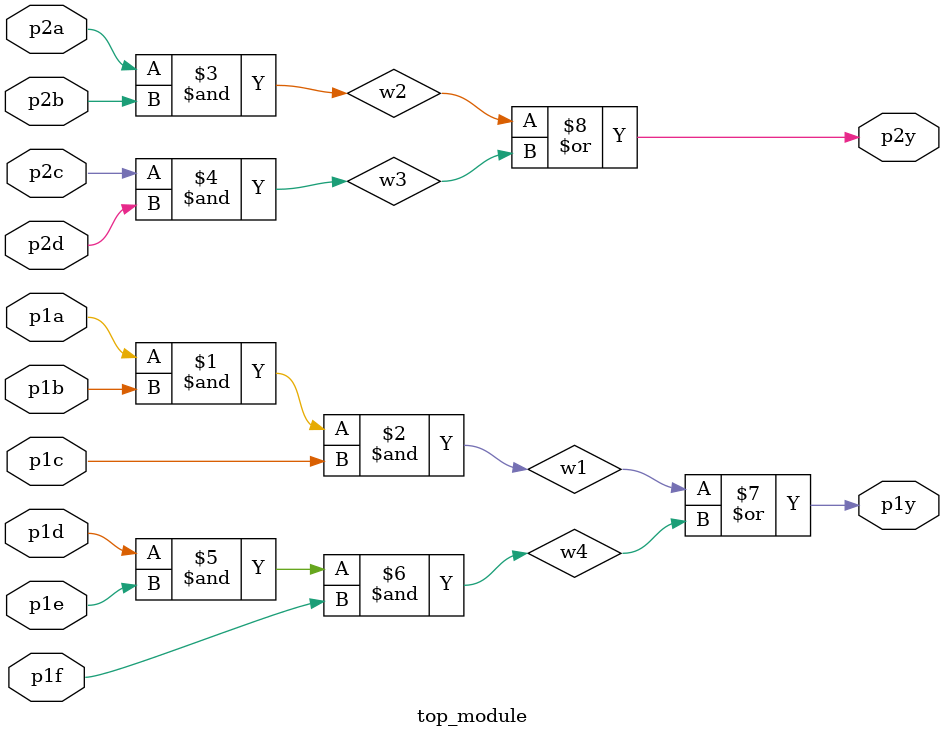
<source format=v>
module top_module ( 
    input p1a, p1b, p1c, p1d, p1e, p1f,
    output p1y,
    input p2a, p2b, p2c, p2d,
    output p2y );
wire w1,w2,w3,w4;
    assign w1= p1a&p1b&p1c;
    assign w2= p2a&p2b;
    assign w3= p2c&p2d;
    assign w4 = p1d&p1e&p1f;
    assign p1y = w1|w4;
    assign p2y= w2|w3;

endmodule

</source>
